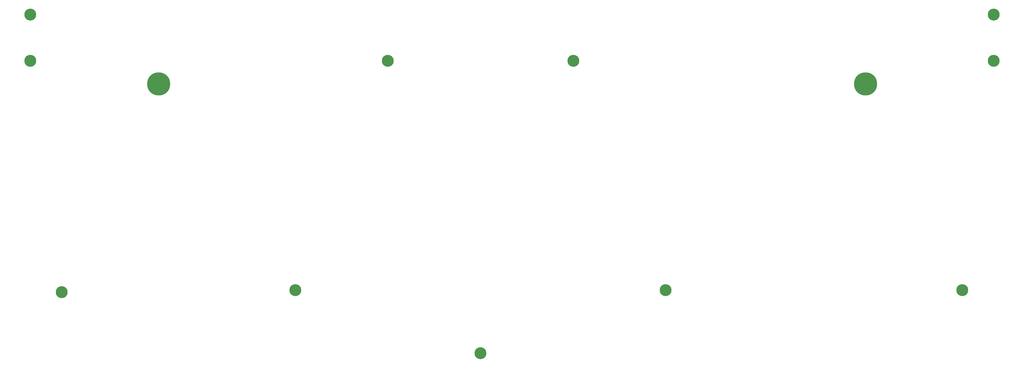
<source format=gts>
G04 #@! TF.GenerationSoftware,KiCad,Pcbnew,5.1.10-88a1d61d58~90~ubuntu21.04.1*
G04 #@! TF.CreationDate,2021-08-17T12:13:25+02:00*
G04 #@! TF.ProjectId,basketweave_bottom,6261736b-6574-4776-9561-76655f626f74,rev?*
G04 #@! TF.SameCoordinates,Original*
G04 #@! TF.FileFunction,Soldermask,Top*
G04 #@! TF.FilePolarity,Negative*
%FSLAX46Y46*%
G04 Gerber Fmt 4.6, Leading zero omitted, Abs format (unit mm)*
G04 Created by KiCad (PCBNEW 5.1.10-88a1d61d58~90~ubuntu21.04.1) date 2021-08-17 12:13:25*
%MOMM*%
%LPD*%
G01*
G04 APERTURE LIST*
%ADD10C,4.502000*%
%ADD11C,8.702000*%
G04 APERTURE END LIST*
D10*
X378618750Y-180975000D03*
X27021250Y-77023750D03*
D11*
X75406250Y-103187500D03*
D10*
X266700000Y-180975000D03*
X127000000Y-180975000D03*
X27021250Y-94420000D03*
X390491250Y-77023750D03*
X196850000Y-204787500D03*
X161845000Y-94420000D03*
X38893750Y-181768750D03*
X231855000Y-94420000D03*
X390491250Y-94420000D03*
D11*
X342106250Y-103187500D03*
M02*

</source>
